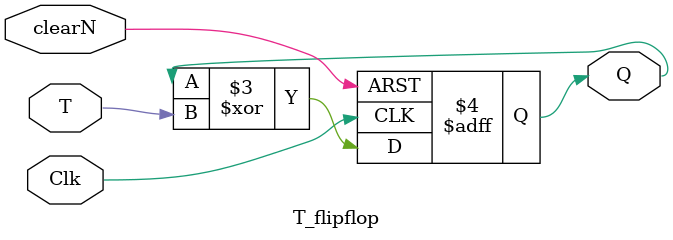
<source format=v>
`timescale 1ns / 1ps

module task6(Clk, T, clearN, out);
    input T, Clk, clearN;
   // output [7:0] Q;
    output [7:0]  out;
    
    assign t1_in = T & out[7];
    assign t2_in = t1_in & out[6];
    assign t3_in = t2_in & out[5];
    assign t4_in = t3_in & out[4];
    assign t5_in = t4_in & out[3];
    assign t6_in = t5_in & out[2];
    assign t7_in = t6_in & out[1];
    
    T_flipflop t0(T, Clk, clearN,     out[7]);
    T_flipflop t1(t1_in, Clk, clearN, out[6]);
    T_flipflop t2(t2_in, Clk, clearN, out[5]);
    T_flipflop t3(t3_in, Clk, clearN, out[4]);
    T_flipflop t4(t4_in, Clk, clearN, out[3]);
    T_flipflop t5(t5_in, Clk, clearN, out[2]);
    T_flipflop t6(t6_in, Clk, clearN, out[1]);
    T_flipflop t7(t7_in, Clk, clearN, out[0]);
    
    

endmodule
module T_flipflop(T, Clk, clearN, Q);
    input T, Clk, clearN;
    output reg   Q;
    //output Q_out;
    //assign Q_out = Q;

    always@(posedge Clk or negedge clearN)
    begin
        if(~clearN)
            Q <= 1'b0;
        else
            Q <= Q ^ T;       
    end      
           

endmodule

</source>
